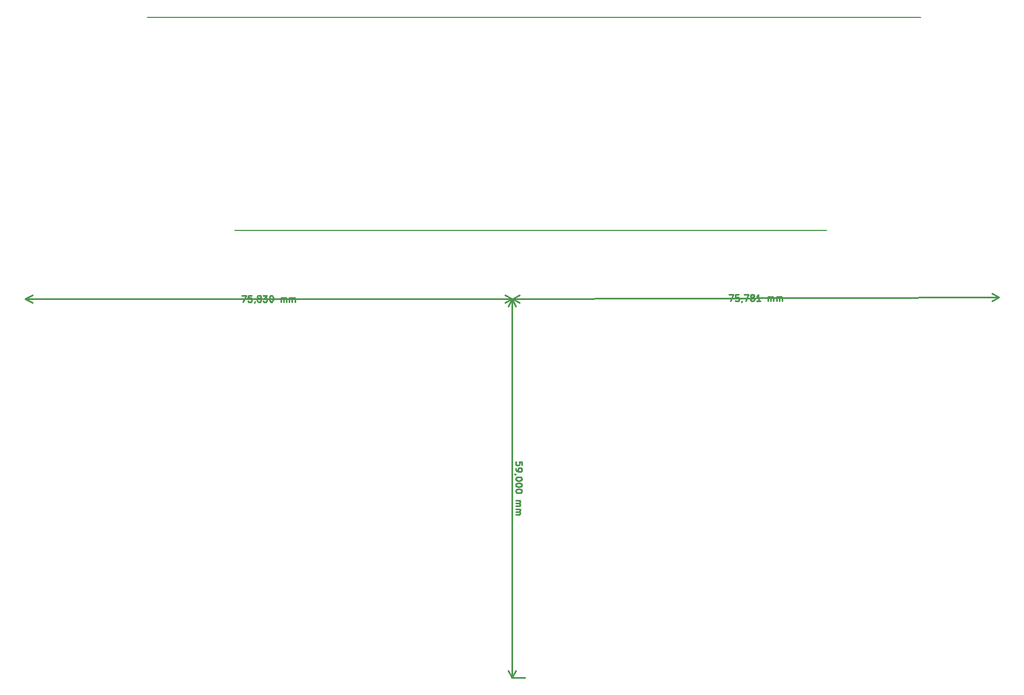
<source format=gbr>
G04 #@! TF.FileFunction,Drawing*
%FSLAX46Y46*%
G04 Gerber Fmt 4.6, Leading zero omitted, Abs format (unit mm)*
G04 Created by KiCad (PCBNEW 4.0.5) date 2017 January 05, Thursday 14:50:11*
%MOMM*%
%LPD*%
G01*
G04 APERTURE LIST*
%ADD10C,0.150000*%
%ADD11C,0.200000*%
%ADD12C,0.250000*%
G04 APERTURE END LIST*
D10*
D11*
X273670000Y-107370000D02*
X273670000Y-107330000D01*
X153170000Y-107370000D02*
X273670000Y-107370000D01*
X166800000Y-140590000D02*
X259030000Y-140590000D01*
D12*
X243757529Y-150577868D02*
X244424192Y-150575405D01*
X243999317Y-151576981D01*
X245281329Y-150572238D02*
X244805141Y-150573997D01*
X244759282Y-151050360D01*
X244806725Y-151002565D01*
X244901786Y-150954595D01*
X245139880Y-150953715D01*
X245235294Y-151000982D01*
X245283088Y-151048425D01*
X245331059Y-151143487D01*
X245331939Y-151381580D01*
X245284672Y-151476994D01*
X245237229Y-151524788D01*
X245142168Y-151572759D01*
X244904073Y-151573639D01*
X244808660Y-151526372D01*
X244760865Y-151478929D01*
X245808653Y-151522677D02*
X245808829Y-151570296D01*
X245761562Y-151665709D01*
X245714120Y-151713503D01*
X246138465Y-150569071D02*
X246805127Y-150566607D01*
X246380253Y-151568184D01*
X247330516Y-150993240D02*
X247235103Y-150945973D01*
X247187308Y-150898531D01*
X247139338Y-150803469D01*
X247139162Y-150755851D01*
X247186429Y-150660437D01*
X247233871Y-150612643D01*
X247328933Y-150564672D01*
X247519409Y-150563968D01*
X247614822Y-150611235D01*
X247662616Y-150658678D01*
X247710587Y-150753739D01*
X247710763Y-150801358D01*
X247663496Y-150896771D01*
X247616053Y-150944566D01*
X247520992Y-150992536D01*
X247330516Y-150993240D01*
X247235455Y-151041211D01*
X247188012Y-151089005D01*
X247140745Y-151184420D01*
X247141449Y-151374894D01*
X247189420Y-151469956D01*
X247237214Y-151517398D01*
X247332628Y-151564665D01*
X247523103Y-151563961D01*
X247618165Y-151515991D01*
X247665608Y-151468196D01*
X247712874Y-151372783D01*
X247712171Y-151182308D01*
X247664200Y-151087246D01*
X247616405Y-151039803D01*
X247520992Y-150992536D01*
X248665953Y-151559739D02*
X248094528Y-151561850D01*
X248380240Y-151560794D02*
X248376545Y-150560801D01*
X248281835Y-150704009D01*
X248186950Y-150799598D01*
X248091888Y-150847569D01*
X249856420Y-151555340D02*
X249853957Y-150888678D01*
X249854309Y-150983915D02*
X249901752Y-150936120D01*
X249996813Y-150888150D01*
X250139670Y-150887622D01*
X250235084Y-150934889D01*
X250283054Y-151029950D01*
X250284990Y-151553757D01*
X250283054Y-151029950D02*
X250330321Y-150934537D01*
X250425382Y-150886566D01*
X250568238Y-150886038D01*
X250663652Y-150933305D01*
X250711622Y-151028367D01*
X250713558Y-151552173D01*
X251189744Y-151550414D02*
X251187281Y-150883751D01*
X251187633Y-150978988D02*
X251235076Y-150931194D01*
X251330137Y-150883223D01*
X251472994Y-150882695D01*
X251568407Y-150929962D01*
X251616378Y-151025024D01*
X251618313Y-151548830D01*
X251616378Y-151025024D02*
X251663645Y-150929610D01*
X251758706Y-150881640D01*
X251901562Y-150881112D01*
X251996976Y-150928379D01*
X252044946Y-151023440D01*
X252046882Y-151547246D01*
X285840000Y-150970000D02*
X210060000Y-151250000D01*
X285840000Y-150970000D02*
X285840000Y-150970000D01*
X210060000Y-151250000D02*
X210060000Y-151250000D01*
X210060000Y-151250000D02*
X211184329Y-150659421D01*
X210060000Y-151250000D02*
X211188662Y-151832254D01*
X285840000Y-150970000D02*
X284711338Y-150387746D01*
X285840000Y-150970000D02*
X284715671Y-151560579D01*
X167874524Y-150692381D02*
X168541191Y-150692381D01*
X168112619Y-151692381D01*
X169398334Y-150692381D02*
X168922143Y-150692381D01*
X168874524Y-151168571D01*
X168922143Y-151120952D01*
X169017381Y-151073333D01*
X169255477Y-151073333D01*
X169350715Y-151120952D01*
X169398334Y-151168571D01*
X169445953Y-151263810D01*
X169445953Y-151501905D01*
X169398334Y-151597143D01*
X169350715Y-151644762D01*
X169255477Y-151692381D01*
X169017381Y-151692381D01*
X168922143Y-151644762D01*
X168874524Y-151597143D01*
X169922143Y-151644762D02*
X169922143Y-151692381D01*
X169874524Y-151787619D01*
X169826905Y-151835238D01*
X170493571Y-151120952D02*
X170398333Y-151073333D01*
X170350714Y-151025714D01*
X170303095Y-150930476D01*
X170303095Y-150882857D01*
X170350714Y-150787619D01*
X170398333Y-150740000D01*
X170493571Y-150692381D01*
X170684048Y-150692381D01*
X170779286Y-150740000D01*
X170826905Y-150787619D01*
X170874524Y-150882857D01*
X170874524Y-150930476D01*
X170826905Y-151025714D01*
X170779286Y-151073333D01*
X170684048Y-151120952D01*
X170493571Y-151120952D01*
X170398333Y-151168571D01*
X170350714Y-151216190D01*
X170303095Y-151311429D01*
X170303095Y-151501905D01*
X170350714Y-151597143D01*
X170398333Y-151644762D01*
X170493571Y-151692381D01*
X170684048Y-151692381D01*
X170779286Y-151644762D01*
X170826905Y-151597143D01*
X170874524Y-151501905D01*
X170874524Y-151311429D01*
X170826905Y-151216190D01*
X170779286Y-151168571D01*
X170684048Y-151120952D01*
X171207857Y-150692381D02*
X171826905Y-150692381D01*
X171493571Y-151073333D01*
X171636429Y-151073333D01*
X171731667Y-151120952D01*
X171779286Y-151168571D01*
X171826905Y-151263810D01*
X171826905Y-151501905D01*
X171779286Y-151597143D01*
X171731667Y-151644762D01*
X171636429Y-151692381D01*
X171350714Y-151692381D01*
X171255476Y-151644762D01*
X171207857Y-151597143D01*
X172445952Y-150692381D02*
X172541191Y-150692381D01*
X172636429Y-150740000D01*
X172684048Y-150787619D01*
X172731667Y-150882857D01*
X172779286Y-151073333D01*
X172779286Y-151311429D01*
X172731667Y-151501905D01*
X172684048Y-151597143D01*
X172636429Y-151644762D01*
X172541191Y-151692381D01*
X172445952Y-151692381D01*
X172350714Y-151644762D01*
X172303095Y-151597143D01*
X172255476Y-151501905D01*
X172207857Y-151311429D01*
X172207857Y-151073333D01*
X172255476Y-150882857D01*
X172303095Y-150787619D01*
X172350714Y-150740000D01*
X172445952Y-150692381D01*
X173969762Y-151692381D02*
X173969762Y-151025714D01*
X173969762Y-151120952D02*
X174017381Y-151073333D01*
X174112619Y-151025714D01*
X174255477Y-151025714D01*
X174350715Y-151073333D01*
X174398334Y-151168571D01*
X174398334Y-151692381D01*
X174398334Y-151168571D02*
X174445953Y-151073333D01*
X174541191Y-151025714D01*
X174684048Y-151025714D01*
X174779286Y-151073333D01*
X174826905Y-151168571D01*
X174826905Y-151692381D01*
X175303095Y-151692381D02*
X175303095Y-151025714D01*
X175303095Y-151120952D02*
X175350714Y-151073333D01*
X175445952Y-151025714D01*
X175588810Y-151025714D01*
X175684048Y-151073333D01*
X175731667Y-151168571D01*
X175731667Y-151692381D01*
X175731667Y-151168571D02*
X175779286Y-151073333D01*
X175874524Y-151025714D01*
X176017381Y-151025714D01*
X176112619Y-151073333D01*
X176160238Y-151168571D01*
X176160238Y-151692381D01*
X209980000Y-151240000D02*
X134150000Y-151240000D01*
X209980000Y-151240000D02*
X209980000Y-151240000D01*
X134150000Y-151240000D02*
X134150000Y-151240000D01*
X134150000Y-151240000D02*
X135276503Y-150653580D01*
X134150000Y-151240000D02*
X135276503Y-151826420D01*
X209980000Y-151240000D02*
X208853497Y-150653580D01*
X209980000Y-151240000D02*
X208853497Y-151826420D01*
X211540961Y-177120122D02*
X211540719Y-176643931D01*
X211064504Y-176596554D01*
X211112148Y-176644149D01*
X211159815Y-176739363D01*
X211159936Y-176977459D01*
X211112366Y-177072721D01*
X211064771Y-177120364D01*
X210969556Y-177168032D01*
X210731461Y-177168153D01*
X210636199Y-177120582D01*
X210588556Y-177072987D01*
X210540888Y-176977774D01*
X210540767Y-176739678D01*
X210588338Y-176644415D01*
X210635933Y-176596772D01*
X210541227Y-177644439D02*
X210541324Y-177834915D01*
X210588991Y-177930130D01*
X210636635Y-177977725D01*
X210779540Y-178072890D01*
X210970040Y-178120412D01*
X211350993Y-178120219D01*
X211446207Y-178072551D01*
X211493802Y-178024908D01*
X211541372Y-177929646D01*
X211541276Y-177739169D01*
X211493608Y-177643955D01*
X211445965Y-177596360D01*
X211350703Y-177548790D01*
X211112608Y-177548911D01*
X211017394Y-177596578D01*
X210969798Y-177644222D01*
X210922228Y-177739484D01*
X210922324Y-177929961D01*
X210969992Y-178025174D01*
X211017636Y-178072769D01*
X211112898Y-178120340D01*
X210589330Y-178596796D02*
X210541711Y-178596820D01*
X210446449Y-178549250D01*
X210398806Y-178501655D01*
X211542026Y-179215359D02*
X211542075Y-179310598D01*
X211494504Y-179405860D01*
X211446909Y-179453503D01*
X211351695Y-179501171D01*
X211161244Y-179548886D01*
X210923148Y-179549007D01*
X210732647Y-179501485D01*
X210637385Y-179453915D01*
X210589742Y-179406320D01*
X210542075Y-179311106D01*
X210542026Y-179215867D01*
X210589597Y-179120605D01*
X210637192Y-179072962D01*
X210732405Y-179025294D01*
X210922857Y-178977579D01*
X211160953Y-178977457D01*
X211351453Y-179024980D01*
X211446715Y-179072550D01*
X211494359Y-179120145D01*
X211542026Y-179215359D01*
X211542510Y-180167740D02*
X211542559Y-180262979D01*
X211494988Y-180358241D01*
X211447393Y-180405884D01*
X211352180Y-180453551D01*
X211161728Y-180501267D01*
X210923632Y-180501388D01*
X210733132Y-180453866D01*
X210637870Y-180406296D01*
X210590226Y-180358701D01*
X210542559Y-180263487D01*
X210542511Y-180168248D01*
X210590081Y-180072986D01*
X210637676Y-180025343D01*
X210732890Y-179977675D01*
X210923341Y-179929959D01*
X211161437Y-179929838D01*
X211351938Y-179977361D01*
X211447200Y-180024931D01*
X211494843Y-180072526D01*
X211542510Y-180167740D01*
X211542995Y-181120121D02*
X211543043Y-181215359D01*
X211495472Y-181310622D01*
X211447878Y-181358265D01*
X211352664Y-181405932D01*
X211162212Y-181453648D01*
X210924116Y-181453769D01*
X210733616Y-181406247D01*
X210638354Y-181358677D01*
X210590711Y-181311082D01*
X210543043Y-181215868D01*
X210542995Y-181120629D01*
X210590565Y-181025367D01*
X210638160Y-180977724D01*
X210733374Y-180930056D01*
X210923826Y-180882340D01*
X211161922Y-180882219D01*
X211352422Y-180929741D01*
X211447684Y-180977312D01*
X211495327Y-181024907D01*
X211542995Y-181120121D01*
X210543770Y-182644439D02*
X211210436Y-182644100D01*
X211115199Y-182644148D02*
X211162842Y-182691743D01*
X211210509Y-182786957D01*
X211210582Y-182929815D01*
X211163011Y-183025077D01*
X211067797Y-183072744D01*
X210543987Y-183073011D01*
X211067797Y-183072744D02*
X211163060Y-183120315D01*
X211210727Y-183215529D01*
X211210800Y-183358386D01*
X211163229Y-183453648D01*
X211068015Y-183501315D01*
X210544205Y-183501582D01*
X210544448Y-183977772D02*
X211211114Y-183977433D01*
X211115876Y-183977481D02*
X211163520Y-184025076D01*
X211211187Y-184120290D01*
X211211260Y-184263148D01*
X211163689Y-184358410D01*
X211068475Y-184406077D01*
X210544665Y-184406344D01*
X211068475Y-184406077D02*
X211163738Y-184453648D01*
X211211405Y-184548862D01*
X211211478Y-184691719D01*
X211163907Y-184786981D01*
X211068693Y-184834648D01*
X210544883Y-184834914D01*
X210010183Y-210239955D02*
X209980183Y-151239955D01*
X209920000Y-210240000D02*
X212010182Y-210238939D01*
X209890000Y-151240000D02*
X211980182Y-151238939D01*
X209980183Y-151239955D02*
X210567176Y-152366160D01*
X209980183Y-151239955D02*
X209394336Y-152366756D01*
X210010183Y-210239955D02*
X210596030Y-209113154D01*
X210010183Y-210239955D02*
X209423190Y-209113750D01*
M02*

</source>
